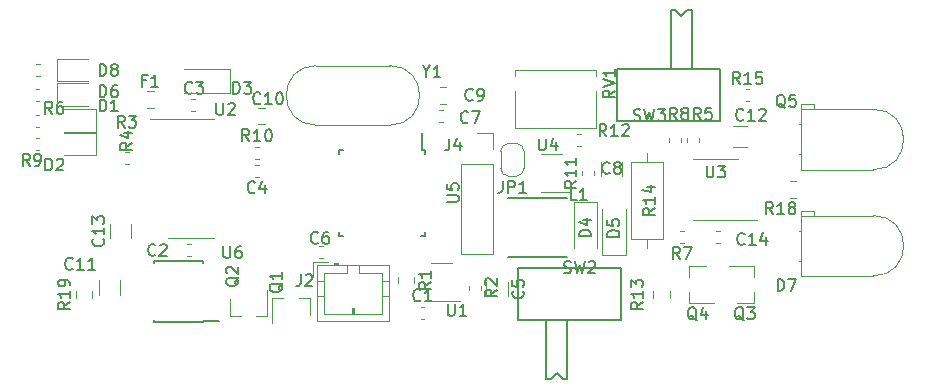
<source format=gbr>
G04 #@! TF.GenerationSoftware,KiCad,Pcbnew,(5.1.4)-1*
G04 #@! TF.CreationDate,2020-09-16T20:01:52+02:00*
G04 #@! TF.ProjectId,RPM,52504d2e-6b69-4636-9164-5f7063625858,rev?*
G04 #@! TF.SameCoordinates,Original*
G04 #@! TF.FileFunction,Legend,Top*
G04 #@! TF.FilePolarity,Positive*
%FSLAX46Y46*%
G04 Gerber Fmt 4.6, Leading zero omitted, Abs format (unit mm)*
G04 Created by KiCad (PCBNEW (5.1.4)-1) date 2020-09-16 20:01:53*
%MOMM*%
%LPD*%
G04 APERTURE LIST*
%ADD10C,0.120000*%
%ADD11C,0.150000*%
G04 APERTURE END LIST*
D10*
X221410000Y-111797936D02*
X221410000Y-113002064D01*
X219590000Y-111797936D02*
X219590000Y-113002064D01*
X231110000Y-102802064D02*
X231110000Y-101597936D01*
X229290000Y-102802064D02*
X229290000Y-101597936D01*
X186790000Y-112877064D02*
X186790000Y-111672936D01*
X188610000Y-112877064D02*
X188610000Y-111672936D01*
X189510000Y-108102064D02*
X189510000Y-106897936D01*
X187690000Y-108102064D02*
X187690000Y-106897936D01*
X183862500Y-99060000D02*
X186547500Y-99060000D01*
X186547500Y-99060000D02*
X186547500Y-97140000D01*
X186547500Y-97140000D02*
X183862500Y-97140000D01*
X186547500Y-99165000D02*
X183862500Y-99165000D01*
X186547500Y-101085000D02*
X186547500Y-99165000D01*
X183862500Y-101085000D02*
X186547500Y-101085000D01*
X197900000Y-95800000D02*
X197900000Y-93800000D01*
X197900000Y-93800000D02*
X194000000Y-93800000D01*
X197900000Y-95800000D02*
X194000000Y-95800000D01*
X229000000Y-105000000D02*
X227000000Y-105000000D01*
X227000000Y-105000000D02*
X227000000Y-108900000D01*
X229000000Y-105000000D02*
X229000000Y-108900000D01*
X229400000Y-109500000D02*
X229400000Y-105600000D01*
X231400000Y-109500000D02*
X231400000Y-105600000D01*
X229400000Y-109500000D02*
X231400000Y-109500000D01*
X185887500Y-94990000D02*
X183202500Y-94990000D01*
X183202500Y-94990000D02*
X183202500Y-96910000D01*
X183202500Y-96910000D02*
X185887500Y-96910000D01*
X246210000Y-111290000D02*
X252370000Y-111290000D01*
X246210000Y-106170000D02*
X252370000Y-106170000D01*
X246210000Y-111290000D02*
X246210000Y-106170000D01*
X246210000Y-105770000D02*
X247330000Y-105770000D01*
X247330000Y-105770000D02*
X247330000Y-106170000D01*
X247330000Y-106170000D02*
X246210000Y-106170000D01*
X246210000Y-106170000D02*
X246210000Y-105770000D01*
X246080000Y-110000000D02*
X246210000Y-110000000D01*
X246210000Y-110000000D02*
X246210000Y-110000000D01*
X246210000Y-110000000D02*
X246080000Y-110000000D01*
X246080000Y-110000000D02*
X246080000Y-110000000D01*
X246080000Y-107460000D02*
X246210000Y-107460000D01*
X246210000Y-107460000D02*
X246210000Y-107460000D01*
X246210000Y-107460000D02*
X246080000Y-107460000D01*
X246080000Y-107460000D02*
X246080000Y-107460000D01*
X252370000Y-106170000D02*
G75*
G02X252370000Y-111290000I0J-2560000D01*
G01*
X183202500Y-94810000D02*
X185887500Y-94810000D01*
X183202500Y-92890000D02*
X183202500Y-94810000D01*
X185887500Y-92890000D02*
X183202500Y-92890000D01*
X191421078Y-97060000D02*
X190903922Y-97060000D01*
X191421078Y-95640000D02*
X190903922Y-95640000D01*
X205240000Y-110390000D02*
X205240000Y-115110000D01*
X205240000Y-115110000D02*
X211360000Y-115110000D01*
X211360000Y-115110000D02*
X211360000Y-110390000D01*
X211360000Y-110390000D02*
X205240000Y-110390000D01*
X207000000Y-110390000D02*
X207000000Y-110190000D01*
X207000000Y-110190000D02*
X206700000Y-110190000D01*
X206700000Y-110190000D02*
X206700000Y-110390000D01*
X207000000Y-110290000D02*
X206700000Y-110290000D01*
X207800000Y-110390000D02*
X207800000Y-111000000D01*
X207800000Y-111000000D02*
X205850000Y-111000000D01*
X205850000Y-111000000D02*
X205850000Y-114500000D01*
X205850000Y-114500000D02*
X210750000Y-114500000D01*
X210750000Y-114500000D02*
X210750000Y-111000000D01*
X210750000Y-111000000D02*
X208800000Y-111000000D01*
X208800000Y-111000000D02*
X208800000Y-110390000D01*
X205240000Y-111700000D02*
X205850000Y-111700000D01*
X205240000Y-113000000D02*
X205850000Y-113000000D01*
X211360000Y-111700000D02*
X210750000Y-111700000D01*
X211360000Y-113000000D02*
X210750000Y-113000000D01*
X208200000Y-114500000D02*
X208200000Y-114000000D01*
X208200000Y-114000000D02*
X208400000Y-114000000D01*
X208400000Y-114000000D02*
X208400000Y-114500000D01*
X208300000Y-114500000D02*
X208300000Y-114000000D01*
X206190000Y-110090000D02*
X204940000Y-110090000D01*
X204940000Y-110090000D02*
X204940000Y-111340000D01*
X217470000Y-101770000D02*
X220130000Y-101770000D01*
X217470000Y-101770000D02*
X217470000Y-109450000D01*
X217470000Y-109450000D02*
X220130000Y-109450000D01*
X220130000Y-101770000D02*
X220130000Y-109450000D01*
X220130000Y-99170000D02*
X220130000Y-100500000D01*
X218800000Y-99170000D02*
X220130000Y-99170000D01*
X220800000Y-100750000D02*
G75*
G02X221500000Y-100050000I700000J0D01*
G01*
X222100000Y-100050000D02*
G75*
G02X222800000Y-100750000I0J-700000D01*
G01*
X222800000Y-102150000D02*
G75*
G02X222100000Y-102850000I-700000J0D01*
G01*
X221500000Y-102850000D02*
G75*
G02X220800000Y-102150000I0J700000D01*
G01*
X222100000Y-102850000D02*
X221500000Y-102850000D01*
X222800000Y-100750000D02*
X222800000Y-102150000D01*
X221500000Y-100050000D02*
X222100000Y-100050000D01*
X220800000Y-102150000D02*
X220800000Y-100750000D01*
D11*
X221400000Y-104700000D02*
X226400000Y-104700000D01*
X226400000Y-109700000D02*
X221400000Y-109700000D01*
D10*
X204630000Y-113140000D02*
X203700000Y-113140000D01*
X201470000Y-113140000D02*
X202400000Y-113140000D01*
X201470000Y-113140000D02*
X201470000Y-115300000D01*
X204630000Y-113140000D02*
X204630000Y-114600000D01*
X197870000Y-114660000D02*
X197870000Y-113200000D01*
X201030000Y-114660000D02*
X201030000Y-112500000D01*
X201030000Y-114660000D02*
X200100000Y-114660000D01*
X197870000Y-114660000D02*
X198800000Y-114660000D01*
X242260000Y-113580000D02*
X242260000Y-112650000D01*
X242260000Y-110420000D02*
X242260000Y-111350000D01*
X242260000Y-110420000D02*
X240100000Y-110420000D01*
X242260000Y-113580000D02*
X240800000Y-113580000D01*
X236740000Y-110420000D02*
X238200000Y-110420000D01*
X236740000Y-113580000D02*
X238900000Y-113580000D01*
X236740000Y-113580000D02*
X236740000Y-112650000D01*
X236740000Y-110420000D02*
X236740000Y-111350000D01*
X246210000Y-102290000D02*
X252370000Y-102290000D01*
X246210000Y-97170000D02*
X252370000Y-97170000D01*
X246210000Y-102290000D02*
X246210000Y-97170000D01*
X246210000Y-96770000D02*
X247330000Y-96770000D01*
X247330000Y-96770000D02*
X247330000Y-97170000D01*
X247330000Y-97170000D02*
X246210000Y-97170000D01*
X246210000Y-97170000D02*
X246210000Y-96770000D01*
X246080000Y-101000000D02*
X246210000Y-101000000D01*
X246210000Y-101000000D02*
X246210000Y-101000000D01*
X246210000Y-101000000D02*
X246080000Y-101000000D01*
X246080000Y-101000000D02*
X246080000Y-101000000D01*
X246080000Y-98460000D02*
X246210000Y-98460000D01*
X246210000Y-98460000D02*
X246210000Y-98460000D01*
X246210000Y-98460000D02*
X246080000Y-98460000D01*
X246080000Y-98460000D02*
X246080000Y-98460000D01*
X252370000Y-97170000D02*
G75*
G02X252370000Y-102290000I0J-2560000D01*
G01*
X228880000Y-93860000D02*
X228880000Y-94350000D01*
X228880000Y-95650000D02*
X228880000Y-98800000D01*
X222040000Y-93860000D02*
X222040000Y-94350000D01*
X222040000Y-95650000D02*
X222040000Y-98800000D01*
X228880000Y-98800000D02*
X222040000Y-98800000D01*
X228880000Y-93860000D02*
X222040000Y-93860000D01*
D11*
X222300000Y-110600000D02*
X231000000Y-110600000D01*
X222300000Y-115000000D02*
X231000000Y-115000000D01*
X222300000Y-115000000D02*
X222300000Y-110600000D01*
X231000000Y-115000000D02*
X231000000Y-110600000D01*
X224650000Y-115000000D02*
X224650000Y-120000000D01*
X224650000Y-120000000D02*
X225050000Y-120000000D01*
X225050000Y-120000000D02*
X225550000Y-119500000D01*
X225550000Y-119500000D02*
X226050000Y-120000000D01*
X226050000Y-120000000D02*
X226450000Y-120000000D01*
X226450000Y-120000000D02*
X226450000Y-115000000D01*
X235200000Y-88800000D02*
X235200000Y-93800000D01*
X235600000Y-88800000D02*
X235200000Y-88800000D01*
X236100000Y-89300000D02*
X235600000Y-88800000D01*
X236600000Y-88800000D02*
X236100000Y-89300000D01*
X237000000Y-88800000D02*
X236600000Y-88800000D01*
X237000000Y-93800000D02*
X237000000Y-88800000D01*
X230650000Y-93800000D02*
X230650000Y-98200000D01*
X239350000Y-93800000D02*
X239350000Y-98200000D01*
X239350000Y-93800000D02*
X230650000Y-93800000D01*
X239350000Y-98200000D02*
X230650000Y-98200000D01*
D10*
X216700000Y-110190000D02*
X214900000Y-110190000D01*
X214900000Y-113410000D02*
X217350000Y-113410000D01*
X194575000Y-108085000D02*
X196525000Y-108085000D01*
X194575000Y-108085000D02*
X192625000Y-108085000D01*
X194575000Y-97965000D02*
X196525000Y-97965000D01*
X194575000Y-97965000D02*
X191125000Y-97965000D01*
X239000000Y-101410000D02*
X237120000Y-101410000D01*
X239000000Y-101410000D02*
X240880000Y-101410000D01*
X239000000Y-106590000D02*
X237120000Y-106590000D01*
X239000000Y-106590000D02*
X242525000Y-106590000D01*
X224200000Y-104160000D02*
X226650000Y-104160000D01*
X226000000Y-100940000D02*
X224200000Y-100940000D01*
D11*
X214375000Y-100625000D02*
X214150000Y-100625000D01*
X214375000Y-107875000D02*
X214050000Y-107875000D01*
X207125000Y-107875000D02*
X207450000Y-107875000D01*
X207125000Y-100625000D02*
X207450000Y-100625000D01*
X214375000Y-100625000D02*
X214375000Y-100950000D01*
X207125000Y-100625000D02*
X207125000Y-100950000D01*
X207125000Y-107875000D02*
X207125000Y-107550000D01*
X214375000Y-107875000D02*
X214375000Y-107550000D01*
X214150000Y-100625000D02*
X214150000Y-99200000D01*
X195575000Y-115180000D02*
X195575000Y-115130000D01*
X191425000Y-115180000D02*
X191425000Y-115035000D01*
X191425000Y-110030000D02*
X191425000Y-110175000D01*
X195575000Y-110030000D02*
X195575000Y-110175000D01*
X195575000Y-115180000D02*
X191425000Y-115180000D01*
X195575000Y-110030000D02*
X191425000Y-110030000D01*
X195575000Y-115130000D02*
X196975000Y-115130000D01*
D10*
X211425000Y-98525000D02*
X205175000Y-98525000D01*
X211425000Y-93475000D02*
X205175000Y-93475000D01*
X211425000Y-93475000D02*
G75*
G02X211425000Y-98525000I0J-2525000D01*
G01*
X205175000Y-93475000D02*
G75*
G03X205175000Y-98525000I0J-2525000D01*
G01*
X214024721Y-114910000D02*
X214350279Y-114910000D01*
X214024721Y-113890000D02*
X214350279Y-113890000D01*
X194249721Y-108590000D02*
X194575279Y-108590000D01*
X194249721Y-109610000D02*
X194575279Y-109610000D01*
X194950279Y-96340000D02*
X194624721Y-96340000D01*
X194950279Y-97360000D02*
X194624721Y-97360000D01*
X200325279Y-102910000D02*
X199999721Y-102910000D01*
X200325279Y-101890000D02*
X199999721Y-101890000D01*
X205725279Y-108765000D02*
X205399721Y-108765000D01*
X205725279Y-109785000D02*
X205399721Y-109785000D01*
X215574721Y-97240000D02*
X215900279Y-97240000D01*
X215574721Y-98260000D02*
X215900279Y-98260000D01*
X216221078Y-95290000D02*
X215703922Y-95290000D01*
X216221078Y-96710000D02*
X215703922Y-96710000D01*
X200303922Y-97040000D02*
X200821078Y-97040000D01*
X200303922Y-98460000D02*
X200821078Y-98460000D01*
X240497936Y-98590000D02*
X241702064Y-98590000D01*
X240497936Y-100410000D02*
X241702064Y-100410000D01*
X239049721Y-107490000D02*
X239375279Y-107490000D01*
X239049721Y-108510000D02*
X239375279Y-108510000D01*
X213510000Y-111378922D02*
X213510000Y-111896078D01*
X212090000Y-111378922D02*
X212090000Y-111896078D01*
X218090000Y-112124721D02*
X218090000Y-112450279D01*
X219110000Y-112124721D02*
X219110000Y-112450279D01*
X188974721Y-99190000D02*
X189300279Y-99190000D01*
X188974721Y-100210000D02*
X189300279Y-100210000D01*
X188974721Y-101785000D02*
X189300279Y-101785000D01*
X188974721Y-100765000D02*
X189300279Y-100765000D01*
X236565000Y-99950279D02*
X236565000Y-99624721D01*
X237585000Y-99950279D02*
X237585000Y-99624721D01*
X181424721Y-97640000D02*
X181750279Y-97640000D01*
X181424721Y-98660000D02*
X181750279Y-98660000D01*
X236300279Y-108485000D02*
X235974721Y-108485000D01*
X236300279Y-107465000D02*
X235974721Y-107465000D01*
X235040000Y-99950279D02*
X235040000Y-99624721D01*
X236060000Y-99950279D02*
X236060000Y-99624721D01*
X181424721Y-100635000D02*
X181750279Y-100635000D01*
X181424721Y-99615000D02*
X181750279Y-99615000D01*
X199999721Y-100340000D02*
X200325279Y-100340000D01*
X199999721Y-101360000D02*
X200325279Y-101360000D01*
X228710000Y-102750279D02*
X228710000Y-102424721D01*
X227690000Y-102750279D02*
X227690000Y-102424721D01*
X227592780Y-100310000D02*
X227267222Y-100310000D01*
X227592780Y-99290000D02*
X227267222Y-99290000D01*
X233690000Y-112603922D02*
X233690000Y-113121078D01*
X235110000Y-112603922D02*
X235110000Y-113121078D01*
X231830000Y-108150000D02*
X234570000Y-108150000D01*
X234570000Y-108150000D02*
X234570000Y-101610000D01*
X234570000Y-101610000D02*
X231830000Y-101610000D01*
X231830000Y-101610000D02*
X231830000Y-108150000D01*
X233200000Y-108920000D02*
X233200000Y-108150000D01*
X233200000Y-100840000D02*
X233200000Y-101610000D01*
X241549721Y-96510000D02*
X241875279Y-96510000D01*
X241549721Y-95490000D02*
X241875279Y-95490000D01*
X181449721Y-94360000D02*
X181775279Y-94360000D01*
X181449721Y-93340000D02*
X181775279Y-93340000D01*
X181424721Y-96460000D02*
X181750279Y-96460000D01*
X181424721Y-95440000D02*
X181750279Y-95440000D01*
X245303922Y-103290000D02*
X245821078Y-103290000D01*
X245303922Y-104710000D02*
X245821078Y-104710000D01*
X186235000Y-113121078D02*
X186235000Y-112603922D01*
X184815000Y-113121078D02*
X184815000Y-112603922D01*
D11*
X222677142Y-112566666D02*
X222724761Y-112614285D01*
X222772380Y-112757142D01*
X222772380Y-112852380D01*
X222724761Y-112995238D01*
X222629523Y-113090476D01*
X222534285Y-113138095D01*
X222343809Y-113185714D01*
X222200952Y-113185714D01*
X222010476Y-113138095D01*
X221915238Y-113090476D01*
X221820000Y-112995238D01*
X221772380Y-112852380D01*
X221772380Y-112757142D01*
X221820000Y-112614285D01*
X221867619Y-112566666D01*
X221772380Y-111661904D02*
X221772380Y-112138095D01*
X222248571Y-112185714D01*
X222200952Y-112138095D01*
X222153333Y-112042857D01*
X222153333Y-111804761D01*
X222200952Y-111709523D01*
X222248571Y-111661904D01*
X222343809Y-111614285D01*
X222581904Y-111614285D01*
X222677142Y-111661904D01*
X222724761Y-111709523D01*
X222772380Y-111804761D01*
X222772380Y-112042857D01*
X222724761Y-112138095D01*
X222677142Y-112185714D01*
X230033333Y-102557142D02*
X229985714Y-102604761D01*
X229842857Y-102652380D01*
X229747619Y-102652380D01*
X229604761Y-102604761D01*
X229509523Y-102509523D01*
X229461904Y-102414285D01*
X229414285Y-102223809D01*
X229414285Y-102080952D01*
X229461904Y-101890476D01*
X229509523Y-101795238D01*
X229604761Y-101700000D01*
X229747619Y-101652380D01*
X229842857Y-101652380D01*
X229985714Y-101700000D01*
X230033333Y-101747619D01*
X230604761Y-102080952D02*
X230509523Y-102033333D01*
X230461904Y-101985714D01*
X230414285Y-101890476D01*
X230414285Y-101842857D01*
X230461904Y-101747619D01*
X230509523Y-101700000D01*
X230604761Y-101652380D01*
X230795238Y-101652380D01*
X230890476Y-101700000D01*
X230938095Y-101747619D01*
X230985714Y-101842857D01*
X230985714Y-101890476D01*
X230938095Y-101985714D01*
X230890476Y-102033333D01*
X230795238Y-102080952D01*
X230604761Y-102080952D01*
X230509523Y-102128571D01*
X230461904Y-102176190D01*
X230414285Y-102271428D01*
X230414285Y-102461904D01*
X230461904Y-102557142D01*
X230509523Y-102604761D01*
X230604761Y-102652380D01*
X230795238Y-102652380D01*
X230890476Y-102604761D01*
X230938095Y-102557142D01*
X230985714Y-102461904D01*
X230985714Y-102271428D01*
X230938095Y-102176190D01*
X230890476Y-102128571D01*
X230795238Y-102080952D01*
X184557142Y-110657142D02*
X184509523Y-110704761D01*
X184366666Y-110752380D01*
X184271428Y-110752380D01*
X184128571Y-110704761D01*
X184033333Y-110609523D01*
X183985714Y-110514285D01*
X183938095Y-110323809D01*
X183938095Y-110180952D01*
X183985714Y-109990476D01*
X184033333Y-109895238D01*
X184128571Y-109800000D01*
X184271428Y-109752380D01*
X184366666Y-109752380D01*
X184509523Y-109800000D01*
X184557142Y-109847619D01*
X185509523Y-110752380D02*
X184938095Y-110752380D01*
X185223809Y-110752380D02*
X185223809Y-109752380D01*
X185128571Y-109895238D01*
X185033333Y-109990476D01*
X184938095Y-110038095D01*
X186461904Y-110752380D02*
X185890476Y-110752380D01*
X186176190Y-110752380D02*
X186176190Y-109752380D01*
X186080952Y-109895238D01*
X185985714Y-109990476D01*
X185890476Y-110038095D01*
X187137142Y-108142857D02*
X187184761Y-108190476D01*
X187232380Y-108333333D01*
X187232380Y-108428571D01*
X187184761Y-108571428D01*
X187089523Y-108666666D01*
X186994285Y-108714285D01*
X186803809Y-108761904D01*
X186660952Y-108761904D01*
X186470476Y-108714285D01*
X186375238Y-108666666D01*
X186280000Y-108571428D01*
X186232380Y-108428571D01*
X186232380Y-108333333D01*
X186280000Y-108190476D01*
X186327619Y-108142857D01*
X187232380Y-107190476D02*
X187232380Y-107761904D01*
X187232380Y-107476190D02*
X186232380Y-107476190D01*
X186375238Y-107571428D01*
X186470476Y-107666666D01*
X186518095Y-107761904D01*
X186232380Y-106857142D02*
X186232380Y-106238095D01*
X186613333Y-106571428D01*
X186613333Y-106428571D01*
X186660952Y-106333333D01*
X186708571Y-106285714D01*
X186803809Y-106238095D01*
X187041904Y-106238095D01*
X187137142Y-106285714D01*
X187184761Y-106333333D01*
X187232380Y-106428571D01*
X187232380Y-106714285D01*
X187184761Y-106809523D01*
X187137142Y-106857142D01*
X186861904Y-97352380D02*
X186861904Y-96352380D01*
X187100000Y-96352380D01*
X187242857Y-96400000D01*
X187338095Y-96495238D01*
X187385714Y-96590476D01*
X187433333Y-96780952D01*
X187433333Y-96923809D01*
X187385714Y-97114285D01*
X187338095Y-97209523D01*
X187242857Y-97304761D01*
X187100000Y-97352380D01*
X186861904Y-97352380D01*
X188385714Y-97352380D02*
X187814285Y-97352380D01*
X188100000Y-97352380D02*
X188100000Y-96352380D01*
X188004761Y-96495238D01*
X187909523Y-96590476D01*
X187814285Y-96638095D01*
X182261904Y-102352380D02*
X182261904Y-101352380D01*
X182500000Y-101352380D01*
X182642857Y-101400000D01*
X182738095Y-101495238D01*
X182785714Y-101590476D01*
X182833333Y-101780952D01*
X182833333Y-101923809D01*
X182785714Y-102114285D01*
X182738095Y-102209523D01*
X182642857Y-102304761D01*
X182500000Y-102352380D01*
X182261904Y-102352380D01*
X183214285Y-101447619D02*
X183261904Y-101400000D01*
X183357142Y-101352380D01*
X183595238Y-101352380D01*
X183690476Y-101400000D01*
X183738095Y-101447619D01*
X183785714Y-101542857D01*
X183785714Y-101638095D01*
X183738095Y-101780952D01*
X183166666Y-102352380D01*
X183785714Y-102352380D01*
X198161904Y-95852380D02*
X198161904Y-94852380D01*
X198400000Y-94852380D01*
X198542857Y-94900000D01*
X198638095Y-94995238D01*
X198685714Y-95090476D01*
X198733333Y-95280952D01*
X198733333Y-95423809D01*
X198685714Y-95614285D01*
X198638095Y-95709523D01*
X198542857Y-95804761D01*
X198400000Y-95852380D01*
X198161904Y-95852380D01*
X199066666Y-94852380D02*
X199685714Y-94852380D01*
X199352380Y-95233333D01*
X199495238Y-95233333D01*
X199590476Y-95280952D01*
X199638095Y-95328571D01*
X199685714Y-95423809D01*
X199685714Y-95661904D01*
X199638095Y-95757142D01*
X199590476Y-95804761D01*
X199495238Y-95852380D01*
X199209523Y-95852380D01*
X199114285Y-95804761D01*
X199066666Y-95757142D01*
X228452380Y-107938095D02*
X227452380Y-107938095D01*
X227452380Y-107700000D01*
X227500000Y-107557142D01*
X227595238Y-107461904D01*
X227690476Y-107414285D01*
X227880952Y-107366666D01*
X228023809Y-107366666D01*
X228214285Y-107414285D01*
X228309523Y-107461904D01*
X228404761Y-107557142D01*
X228452380Y-107700000D01*
X228452380Y-107938095D01*
X227785714Y-106509523D02*
X228452380Y-106509523D01*
X227404761Y-106747619D02*
X228119047Y-106985714D01*
X228119047Y-106366666D01*
X230852380Y-107988095D02*
X229852380Y-107988095D01*
X229852380Y-107750000D01*
X229900000Y-107607142D01*
X229995238Y-107511904D01*
X230090476Y-107464285D01*
X230280952Y-107416666D01*
X230423809Y-107416666D01*
X230614285Y-107464285D01*
X230709523Y-107511904D01*
X230804761Y-107607142D01*
X230852380Y-107750000D01*
X230852380Y-107988095D01*
X229852380Y-106511904D02*
X229852380Y-106988095D01*
X230328571Y-107035714D01*
X230280952Y-106988095D01*
X230233333Y-106892857D01*
X230233333Y-106654761D01*
X230280952Y-106559523D01*
X230328571Y-106511904D01*
X230423809Y-106464285D01*
X230661904Y-106464285D01*
X230757142Y-106511904D01*
X230804761Y-106559523D01*
X230852380Y-106654761D01*
X230852380Y-106892857D01*
X230804761Y-106988095D01*
X230757142Y-107035714D01*
X186861904Y-96152380D02*
X186861904Y-95152380D01*
X187100000Y-95152380D01*
X187242857Y-95200000D01*
X187338095Y-95295238D01*
X187385714Y-95390476D01*
X187433333Y-95580952D01*
X187433333Y-95723809D01*
X187385714Y-95914285D01*
X187338095Y-96009523D01*
X187242857Y-96104761D01*
X187100000Y-96152380D01*
X186861904Y-96152380D01*
X188290476Y-95152380D02*
X188100000Y-95152380D01*
X188004761Y-95200000D01*
X187957142Y-95247619D01*
X187861904Y-95390476D01*
X187814285Y-95580952D01*
X187814285Y-95961904D01*
X187861904Y-96057142D01*
X187909523Y-96104761D01*
X188004761Y-96152380D01*
X188195238Y-96152380D01*
X188290476Y-96104761D01*
X188338095Y-96057142D01*
X188385714Y-95961904D01*
X188385714Y-95723809D01*
X188338095Y-95628571D01*
X188290476Y-95580952D01*
X188195238Y-95533333D01*
X188004761Y-95533333D01*
X187909523Y-95580952D01*
X187861904Y-95628571D01*
X187814285Y-95723809D01*
X244261904Y-112552380D02*
X244261904Y-111552380D01*
X244500000Y-111552380D01*
X244642857Y-111600000D01*
X244738095Y-111695238D01*
X244785714Y-111790476D01*
X244833333Y-111980952D01*
X244833333Y-112123809D01*
X244785714Y-112314285D01*
X244738095Y-112409523D01*
X244642857Y-112504761D01*
X244500000Y-112552380D01*
X244261904Y-112552380D01*
X245166666Y-111552380D02*
X245833333Y-111552380D01*
X245404761Y-112552380D01*
X186861904Y-94352380D02*
X186861904Y-93352380D01*
X187100000Y-93352380D01*
X187242857Y-93400000D01*
X187338095Y-93495238D01*
X187385714Y-93590476D01*
X187433333Y-93780952D01*
X187433333Y-93923809D01*
X187385714Y-94114285D01*
X187338095Y-94209523D01*
X187242857Y-94304761D01*
X187100000Y-94352380D01*
X186861904Y-94352380D01*
X188004761Y-93780952D02*
X187909523Y-93733333D01*
X187861904Y-93685714D01*
X187814285Y-93590476D01*
X187814285Y-93542857D01*
X187861904Y-93447619D01*
X187909523Y-93400000D01*
X188004761Y-93352380D01*
X188195238Y-93352380D01*
X188290476Y-93400000D01*
X188338095Y-93447619D01*
X188385714Y-93542857D01*
X188385714Y-93590476D01*
X188338095Y-93685714D01*
X188290476Y-93733333D01*
X188195238Y-93780952D01*
X188004761Y-93780952D01*
X187909523Y-93828571D01*
X187861904Y-93876190D01*
X187814285Y-93971428D01*
X187814285Y-94161904D01*
X187861904Y-94257142D01*
X187909523Y-94304761D01*
X188004761Y-94352380D01*
X188195238Y-94352380D01*
X188290476Y-94304761D01*
X188338095Y-94257142D01*
X188385714Y-94161904D01*
X188385714Y-93971428D01*
X188338095Y-93876190D01*
X188290476Y-93828571D01*
X188195238Y-93780952D01*
X190766666Y-94728571D02*
X190433333Y-94728571D01*
X190433333Y-95252380D02*
X190433333Y-94252380D01*
X190909523Y-94252380D01*
X191814285Y-95252380D02*
X191242857Y-95252380D01*
X191528571Y-95252380D02*
X191528571Y-94252380D01*
X191433333Y-94395238D01*
X191338095Y-94490476D01*
X191242857Y-94538095D01*
X203866666Y-111152380D02*
X203866666Y-111866666D01*
X203819047Y-112009523D01*
X203723809Y-112104761D01*
X203580952Y-112152380D01*
X203485714Y-112152380D01*
X204295238Y-111247619D02*
X204342857Y-111200000D01*
X204438095Y-111152380D01*
X204676190Y-111152380D01*
X204771428Y-111200000D01*
X204819047Y-111247619D01*
X204866666Y-111342857D01*
X204866666Y-111438095D01*
X204819047Y-111580952D01*
X204247619Y-112152380D01*
X204866666Y-112152380D01*
X216466666Y-99652380D02*
X216466666Y-100366666D01*
X216419047Y-100509523D01*
X216323809Y-100604761D01*
X216180952Y-100652380D01*
X216085714Y-100652380D01*
X217371428Y-99985714D02*
X217371428Y-100652380D01*
X217133333Y-99604761D02*
X216895238Y-100319047D01*
X217514285Y-100319047D01*
X220966666Y-103252380D02*
X220966666Y-103966666D01*
X220919047Y-104109523D01*
X220823809Y-104204761D01*
X220680952Y-104252380D01*
X220585714Y-104252380D01*
X221442857Y-104252380D02*
X221442857Y-103252380D01*
X221823809Y-103252380D01*
X221919047Y-103300000D01*
X221966666Y-103347619D01*
X222014285Y-103442857D01*
X222014285Y-103585714D01*
X221966666Y-103680952D01*
X221919047Y-103728571D01*
X221823809Y-103776190D01*
X221442857Y-103776190D01*
X222966666Y-104252380D02*
X222395238Y-104252380D01*
X222680952Y-104252380D02*
X222680952Y-103252380D01*
X222585714Y-103395238D01*
X222490476Y-103490476D01*
X222395238Y-103538095D01*
X227233333Y-104852380D02*
X226757142Y-104852380D01*
X226757142Y-103852380D01*
X228090476Y-104852380D02*
X227519047Y-104852380D01*
X227804761Y-104852380D02*
X227804761Y-103852380D01*
X227709523Y-103995238D01*
X227614285Y-104090476D01*
X227519047Y-104138095D01*
X202347619Y-111895238D02*
X202300000Y-111990476D01*
X202204761Y-112085714D01*
X202061904Y-112228571D01*
X202014285Y-112323809D01*
X202014285Y-112419047D01*
X202252380Y-112371428D02*
X202204761Y-112466666D01*
X202109523Y-112561904D01*
X201919047Y-112609523D01*
X201585714Y-112609523D01*
X201395238Y-112561904D01*
X201300000Y-112466666D01*
X201252380Y-112371428D01*
X201252380Y-112180952D01*
X201300000Y-112085714D01*
X201395238Y-111990476D01*
X201585714Y-111942857D01*
X201919047Y-111942857D01*
X202109523Y-111990476D01*
X202204761Y-112085714D01*
X202252380Y-112180952D01*
X202252380Y-112371428D01*
X202252380Y-110990476D02*
X202252380Y-111561904D01*
X202252380Y-111276190D02*
X201252380Y-111276190D01*
X201395238Y-111371428D01*
X201490476Y-111466666D01*
X201538095Y-111561904D01*
X198647619Y-111395238D02*
X198600000Y-111490476D01*
X198504761Y-111585714D01*
X198361904Y-111728571D01*
X198314285Y-111823809D01*
X198314285Y-111919047D01*
X198552380Y-111871428D02*
X198504761Y-111966666D01*
X198409523Y-112061904D01*
X198219047Y-112109523D01*
X197885714Y-112109523D01*
X197695238Y-112061904D01*
X197600000Y-111966666D01*
X197552380Y-111871428D01*
X197552380Y-111680952D01*
X197600000Y-111585714D01*
X197695238Y-111490476D01*
X197885714Y-111442857D01*
X198219047Y-111442857D01*
X198409523Y-111490476D01*
X198504761Y-111585714D01*
X198552380Y-111680952D01*
X198552380Y-111871428D01*
X197647619Y-111061904D02*
X197600000Y-111014285D01*
X197552380Y-110919047D01*
X197552380Y-110680952D01*
X197600000Y-110585714D01*
X197647619Y-110538095D01*
X197742857Y-110490476D01*
X197838095Y-110490476D01*
X197980952Y-110538095D01*
X198552380Y-111109523D01*
X198552380Y-110490476D01*
X241404761Y-115047619D02*
X241309523Y-115000000D01*
X241214285Y-114904761D01*
X241071428Y-114761904D01*
X240976190Y-114714285D01*
X240880952Y-114714285D01*
X240928571Y-114952380D02*
X240833333Y-114904761D01*
X240738095Y-114809523D01*
X240690476Y-114619047D01*
X240690476Y-114285714D01*
X240738095Y-114095238D01*
X240833333Y-114000000D01*
X240928571Y-113952380D01*
X241119047Y-113952380D01*
X241214285Y-114000000D01*
X241309523Y-114095238D01*
X241357142Y-114285714D01*
X241357142Y-114619047D01*
X241309523Y-114809523D01*
X241214285Y-114904761D01*
X241119047Y-114952380D01*
X240928571Y-114952380D01*
X241690476Y-113952380D02*
X242309523Y-113952380D01*
X241976190Y-114333333D01*
X242119047Y-114333333D01*
X242214285Y-114380952D01*
X242261904Y-114428571D01*
X242309523Y-114523809D01*
X242309523Y-114761904D01*
X242261904Y-114857142D01*
X242214285Y-114904761D01*
X242119047Y-114952380D01*
X241833333Y-114952380D01*
X241738095Y-114904761D01*
X241690476Y-114857142D01*
X237404761Y-115047619D02*
X237309523Y-115000000D01*
X237214285Y-114904761D01*
X237071428Y-114761904D01*
X236976190Y-114714285D01*
X236880952Y-114714285D01*
X236928571Y-114952380D02*
X236833333Y-114904761D01*
X236738095Y-114809523D01*
X236690476Y-114619047D01*
X236690476Y-114285714D01*
X236738095Y-114095238D01*
X236833333Y-114000000D01*
X236928571Y-113952380D01*
X237119047Y-113952380D01*
X237214285Y-114000000D01*
X237309523Y-114095238D01*
X237357142Y-114285714D01*
X237357142Y-114619047D01*
X237309523Y-114809523D01*
X237214285Y-114904761D01*
X237119047Y-114952380D01*
X236928571Y-114952380D01*
X238214285Y-114285714D02*
X238214285Y-114952380D01*
X237976190Y-113904761D02*
X237738095Y-114619047D01*
X238357142Y-114619047D01*
X244904761Y-97047619D02*
X244809523Y-97000000D01*
X244714285Y-96904761D01*
X244571428Y-96761904D01*
X244476190Y-96714285D01*
X244380952Y-96714285D01*
X244428571Y-96952380D02*
X244333333Y-96904761D01*
X244238095Y-96809523D01*
X244190476Y-96619047D01*
X244190476Y-96285714D01*
X244238095Y-96095238D01*
X244333333Y-96000000D01*
X244428571Y-95952380D01*
X244619047Y-95952380D01*
X244714285Y-96000000D01*
X244809523Y-96095238D01*
X244857142Y-96285714D01*
X244857142Y-96619047D01*
X244809523Y-96809523D01*
X244714285Y-96904761D01*
X244619047Y-96952380D01*
X244428571Y-96952380D01*
X245761904Y-95952380D02*
X245285714Y-95952380D01*
X245238095Y-96428571D01*
X245285714Y-96380952D01*
X245380952Y-96333333D01*
X245619047Y-96333333D01*
X245714285Y-96380952D01*
X245761904Y-96428571D01*
X245809523Y-96523809D01*
X245809523Y-96761904D01*
X245761904Y-96857142D01*
X245714285Y-96904761D01*
X245619047Y-96952380D01*
X245380952Y-96952380D01*
X245285714Y-96904761D01*
X245238095Y-96857142D01*
X230462380Y-95595238D02*
X229986190Y-95928571D01*
X230462380Y-96166666D02*
X229462380Y-96166666D01*
X229462380Y-95785714D01*
X229510000Y-95690476D01*
X229557619Y-95642857D01*
X229652857Y-95595238D01*
X229795714Y-95595238D01*
X229890952Y-95642857D01*
X229938571Y-95690476D01*
X229986190Y-95785714D01*
X229986190Y-96166666D01*
X229462380Y-95309523D02*
X230462380Y-94976190D01*
X229462380Y-94642857D01*
X230462380Y-93785714D02*
X230462380Y-94357142D01*
X230462380Y-94071428D02*
X229462380Y-94071428D01*
X229605238Y-94166666D01*
X229700476Y-94261904D01*
X229748095Y-94357142D01*
X226166666Y-111004761D02*
X226309523Y-111052380D01*
X226547619Y-111052380D01*
X226642857Y-111004761D01*
X226690476Y-110957142D01*
X226738095Y-110861904D01*
X226738095Y-110766666D01*
X226690476Y-110671428D01*
X226642857Y-110623809D01*
X226547619Y-110576190D01*
X226357142Y-110528571D01*
X226261904Y-110480952D01*
X226214285Y-110433333D01*
X226166666Y-110338095D01*
X226166666Y-110242857D01*
X226214285Y-110147619D01*
X226261904Y-110100000D01*
X226357142Y-110052380D01*
X226595238Y-110052380D01*
X226738095Y-110100000D01*
X227071428Y-110052380D02*
X227309523Y-111052380D01*
X227500000Y-110338095D01*
X227690476Y-111052380D01*
X227928571Y-110052380D01*
X228261904Y-110147619D02*
X228309523Y-110100000D01*
X228404761Y-110052380D01*
X228642857Y-110052380D01*
X228738095Y-110100000D01*
X228785714Y-110147619D01*
X228833333Y-110242857D01*
X228833333Y-110338095D01*
X228785714Y-110480952D01*
X228214285Y-111052380D01*
X228833333Y-111052380D01*
X232066666Y-98104761D02*
X232209523Y-98152380D01*
X232447619Y-98152380D01*
X232542857Y-98104761D01*
X232590476Y-98057142D01*
X232638095Y-97961904D01*
X232638095Y-97866666D01*
X232590476Y-97771428D01*
X232542857Y-97723809D01*
X232447619Y-97676190D01*
X232257142Y-97628571D01*
X232161904Y-97580952D01*
X232114285Y-97533333D01*
X232066666Y-97438095D01*
X232066666Y-97342857D01*
X232114285Y-97247619D01*
X232161904Y-97200000D01*
X232257142Y-97152380D01*
X232495238Y-97152380D01*
X232638095Y-97200000D01*
X232971428Y-97152380D02*
X233209523Y-98152380D01*
X233400000Y-97438095D01*
X233590476Y-98152380D01*
X233828571Y-97152380D01*
X234114285Y-97152380D02*
X234733333Y-97152380D01*
X234400000Y-97533333D01*
X234542857Y-97533333D01*
X234638095Y-97580952D01*
X234685714Y-97628571D01*
X234733333Y-97723809D01*
X234733333Y-97961904D01*
X234685714Y-98057142D01*
X234638095Y-98104761D01*
X234542857Y-98152380D01*
X234257142Y-98152380D01*
X234161904Y-98104761D01*
X234114285Y-98057142D01*
X216338095Y-113652380D02*
X216338095Y-114461904D01*
X216385714Y-114557142D01*
X216433333Y-114604761D01*
X216528571Y-114652380D01*
X216719047Y-114652380D01*
X216814285Y-114604761D01*
X216861904Y-114557142D01*
X216909523Y-114461904D01*
X216909523Y-113652380D01*
X217909523Y-114652380D02*
X217338095Y-114652380D01*
X217623809Y-114652380D02*
X217623809Y-113652380D01*
X217528571Y-113795238D01*
X217433333Y-113890476D01*
X217338095Y-113938095D01*
X196738095Y-96652380D02*
X196738095Y-97461904D01*
X196785714Y-97557142D01*
X196833333Y-97604761D01*
X196928571Y-97652380D01*
X197119047Y-97652380D01*
X197214285Y-97604761D01*
X197261904Y-97557142D01*
X197309523Y-97461904D01*
X197309523Y-96652380D01*
X197738095Y-96747619D02*
X197785714Y-96700000D01*
X197880952Y-96652380D01*
X198119047Y-96652380D01*
X198214285Y-96700000D01*
X198261904Y-96747619D01*
X198309523Y-96842857D01*
X198309523Y-96938095D01*
X198261904Y-97080952D01*
X197690476Y-97652380D01*
X198309523Y-97652380D01*
X238238095Y-101952380D02*
X238238095Y-102761904D01*
X238285714Y-102857142D01*
X238333333Y-102904761D01*
X238428571Y-102952380D01*
X238619047Y-102952380D01*
X238714285Y-102904761D01*
X238761904Y-102857142D01*
X238809523Y-102761904D01*
X238809523Y-101952380D01*
X239190476Y-101952380D02*
X239809523Y-101952380D01*
X239476190Y-102333333D01*
X239619047Y-102333333D01*
X239714285Y-102380952D01*
X239761904Y-102428571D01*
X239809523Y-102523809D01*
X239809523Y-102761904D01*
X239761904Y-102857142D01*
X239714285Y-102904761D01*
X239619047Y-102952380D01*
X239333333Y-102952380D01*
X239238095Y-102904761D01*
X239190476Y-102857142D01*
X224038095Y-99652380D02*
X224038095Y-100461904D01*
X224085714Y-100557142D01*
X224133333Y-100604761D01*
X224228571Y-100652380D01*
X224419047Y-100652380D01*
X224514285Y-100604761D01*
X224561904Y-100557142D01*
X224609523Y-100461904D01*
X224609523Y-99652380D01*
X225514285Y-99985714D02*
X225514285Y-100652380D01*
X225276190Y-99604761D02*
X225038095Y-100319047D01*
X225657142Y-100319047D01*
X216252380Y-105011904D02*
X217061904Y-105011904D01*
X217157142Y-104964285D01*
X217204761Y-104916666D01*
X217252380Y-104821428D01*
X217252380Y-104630952D01*
X217204761Y-104535714D01*
X217157142Y-104488095D01*
X217061904Y-104440476D01*
X216252380Y-104440476D01*
X216252380Y-103488095D02*
X216252380Y-103964285D01*
X216728571Y-104011904D01*
X216680952Y-103964285D01*
X216633333Y-103869047D01*
X216633333Y-103630952D01*
X216680952Y-103535714D01*
X216728571Y-103488095D01*
X216823809Y-103440476D01*
X217061904Y-103440476D01*
X217157142Y-103488095D01*
X217204761Y-103535714D01*
X217252380Y-103630952D01*
X217252380Y-103869047D01*
X217204761Y-103964285D01*
X217157142Y-104011904D01*
X197338095Y-108752380D02*
X197338095Y-109561904D01*
X197385714Y-109657142D01*
X197433333Y-109704761D01*
X197528571Y-109752380D01*
X197719047Y-109752380D01*
X197814285Y-109704761D01*
X197861904Y-109657142D01*
X197909523Y-109561904D01*
X197909523Y-108752380D01*
X198814285Y-108752380D02*
X198623809Y-108752380D01*
X198528571Y-108800000D01*
X198480952Y-108847619D01*
X198385714Y-108990476D01*
X198338095Y-109180952D01*
X198338095Y-109561904D01*
X198385714Y-109657142D01*
X198433333Y-109704761D01*
X198528571Y-109752380D01*
X198719047Y-109752380D01*
X198814285Y-109704761D01*
X198861904Y-109657142D01*
X198909523Y-109561904D01*
X198909523Y-109323809D01*
X198861904Y-109228571D01*
X198814285Y-109180952D01*
X198719047Y-109133333D01*
X198528571Y-109133333D01*
X198433333Y-109180952D01*
X198385714Y-109228571D01*
X198338095Y-109323809D01*
X214523809Y-93976190D02*
X214523809Y-94452380D01*
X214190476Y-93452380D02*
X214523809Y-93976190D01*
X214857142Y-93452380D01*
X215714285Y-94452380D02*
X215142857Y-94452380D01*
X215428571Y-94452380D02*
X215428571Y-93452380D01*
X215333333Y-93595238D01*
X215238095Y-93690476D01*
X215142857Y-93738095D01*
X214020833Y-113327142D02*
X213973214Y-113374761D01*
X213830357Y-113422380D01*
X213735119Y-113422380D01*
X213592261Y-113374761D01*
X213497023Y-113279523D01*
X213449404Y-113184285D01*
X213401785Y-112993809D01*
X213401785Y-112850952D01*
X213449404Y-112660476D01*
X213497023Y-112565238D01*
X213592261Y-112470000D01*
X213735119Y-112422380D01*
X213830357Y-112422380D01*
X213973214Y-112470000D01*
X214020833Y-112517619D01*
X214973214Y-113422380D02*
X214401785Y-113422380D01*
X214687500Y-113422380D02*
X214687500Y-112422380D01*
X214592261Y-112565238D01*
X214497023Y-112660476D01*
X214401785Y-112708095D01*
X191583333Y-109507142D02*
X191535714Y-109554761D01*
X191392857Y-109602380D01*
X191297619Y-109602380D01*
X191154761Y-109554761D01*
X191059523Y-109459523D01*
X191011904Y-109364285D01*
X190964285Y-109173809D01*
X190964285Y-109030952D01*
X191011904Y-108840476D01*
X191059523Y-108745238D01*
X191154761Y-108650000D01*
X191297619Y-108602380D01*
X191392857Y-108602380D01*
X191535714Y-108650000D01*
X191583333Y-108697619D01*
X191964285Y-108697619D02*
X192011904Y-108650000D01*
X192107142Y-108602380D01*
X192345238Y-108602380D01*
X192440476Y-108650000D01*
X192488095Y-108697619D01*
X192535714Y-108792857D01*
X192535714Y-108888095D01*
X192488095Y-109030952D01*
X191916666Y-109602380D01*
X192535714Y-109602380D01*
X194683333Y-95757142D02*
X194635714Y-95804761D01*
X194492857Y-95852380D01*
X194397619Y-95852380D01*
X194254761Y-95804761D01*
X194159523Y-95709523D01*
X194111904Y-95614285D01*
X194064285Y-95423809D01*
X194064285Y-95280952D01*
X194111904Y-95090476D01*
X194159523Y-94995238D01*
X194254761Y-94900000D01*
X194397619Y-94852380D01*
X194492857Y-94852380D01*
X194635714Y-94900000D01*
X194683333Y-94947619D01*
X195016666Y-94852380D02*
X195635714Y-94852380D01*
X195302380Y-95233333D01*
X195445238Y-95233333D01*
X195540476Y-95280952D01*
X195588095Y-95328571D01*
X195635714Y-95423809D01*
X195635714Y-95661904D01*
X195588095Y-95757142D01*
X195540476Y-95804761D01*
X195445238Y-95852380D01*
X195159523Y-95852380D01*
X195064285Y-95804761D01*
X195016666Y-95757142D01*
X199995833Y-104187142D02*
X199948214Y-104234761D01*
X199805357Y-104282380D01*
X199710119Y-104282380D01*
X199567261Y-104234761D01*
X199472023Y-104139523D01*
X199424404Y-104044285D01*
X199376785Y-103853809D01*
X199376785Y-103710952D01*
X199424404Y-103520476D01*
X199472023Y-103425238D01*
X199567261Y-103330000D01*
X199710119Y-103282380D01*
X199805357Y-103282380D01*
X199948214Y-103330000D01*
X199995833Y-103377619D01*
X200852976Y-103615714D02*
X200852976Y-104282380D01*
X200614880Y-103234761D02*
X200376785Y-103949047D01*
X200995833Y-103949047D01*
X205333333Y-108457142D02*
X205285714Y-108504761D01*
X205142857Y-108552380D01*
X205047619Y-108552380D01*
X204904761Y-108504761D01*
X204809523Y-108409523D01*
X204761904Y-108314285D01*
X204714285Y-108123809D01*
X204714285Y-107980952D01*
X204761904Y-107790476D01*
X204809523Y-107695238D01*
X204904761Y-107600000D01*
X205047619Y-107552380D01*
X205142857Y-107552380D01*
X205285714Y-107600000D01*
X205333333Y-107647619D01*
X206190476Y-107552380D02*
X206000000Y-107552380D01*
X205904761Y-107600000D01*
X205857142Y-107647619D01*
X205761904Y-107790476D01*
X205714285Y-107980952D01*
X205714285Y-108361904D01*
X205761904Y-108457142D01*
X205809523Y-108504761D01*
X205904761Y-108552380D01*
X206095238Y-108552380D01*
X206190476Y-108504761D01*
X206238095Y-108457142D01*
X206285714Y-108361904D01*
X206285714Y-108123809D01*
X206238095Y-108028571D01*
X206190476Y-107980952D01*
X206095238Y-107933333D01*
X205904761Y-107933333D01*
X205809523Y-107980952D01*
X205761904Y-108028571D01*
X205714285Y-108123809D01*
X218033333Y-98257142D02*
X217985714Y-98304761D01*
X217842857Y-98352380D01*
X217747619Y-98352380D01*
X217604761Y-98304761D01*
X217509523Y-98209523D01*
X217461904Y-98114285D01*
X217414285Y-97923809D01*
X217414285Y-97780952D01*
X217461904Y-97590476D01*
X217509523Y-97495238D01*
X217604761Y-97400000D01*
X217747619Y-97352380D01*
X217842857Y-97352380D01*
X217985714Y-97400000D01*
X218033333Y-97447619D01*
X218366666Y-97352380D02*
X219033333Y-97352380D01*
X218604761Y-98352380D01*
X218433333Y-96357142D02*
X218385714Y-96404761D01*
X218242857Y-96452380D01*
X218147619Y-96452380D01*
X218004761Y-96404761D01*
X217909523Y-96309523D01*
X217861904Y-96214285D01*
X217814285Y-96023809D01*
X217814285Y-95880952D01*
X217861904Y-95690476D01*
X217909523Y-95595238D01*
X218004761Y-95500000D01*
X218147619Y-95452380D01*
X218242857Y-95452380D01*
X218385714Y-95500000D01*
X218433333Y-95547619D01*
X218909523Y-96452380D02*
X219100000Y-96452380D01*
X219195238Y-96404761D01*
X219242857Y-96357142D01*
X219338095Y-96214285D01*
X219385714Y-96023809D01*
X219385714Y-95642857D01*
X219338095Y-95547619D01*
X219290476Y-95500000D01*
X219195238Y-95452380D01*
X219004761Y-95452380D01*
X218909523Y-95500000D01*
X218861904Y-95547619D01*
X218814285Y-95642857D01*
X218814285Y-95880952D01*
X218861904Y-95976190D01*
X218909523Y-96023809D01*
X219004761Y-96071428D01*
X219195238Y-96071428D01*
X219290476Y-96023809D01*
X219338095Y-95976190D01*
X219385714Y-95880952D01*
X200457142Y-96657142D02*
X200409523Y-96704761D01*
X200266666Y-96752380D01*
X200171428Y-96752380D01*
X200028571Y-96704761D01*
X199933333Y-96609523D01*
X199885714Y-96514285D01*
X199838095Y-96323809D01*
X199838095Y-96180952D01*
X199885714Y-95990476D01*
X199933333Y-95895238D01*
X200028571Y-95800000D01*
X200171428Y-95752380D01*
X200266666Y-95752380D01*
X200409523Y-95800000D01*
X200457142Y-95847619D01*
X201409523Y-96752380D02*
X200838095Y-96752380D01*
X201123809Y-96752380D02*
X201123809Y-95752380D01*
X201028571Y-95895238D01*
X200933333Y-95990476D01*
X200838095Y-96038095D01*
X202028571Y-95752380D02*
X202123809Y-95752380D01*
X202219047Y-95800000D01*
X202266666Y-95847619D01*
X202314285Y-95942857D01*
X202361904Y-96133333D01*
X202361904Y-96371428D01*
X202314285Y-96561904D01*
X202266666Y-96657142D01*
X202219047Y-96704761D01*
X202123809Y-96752380D01*
X202028571Y-96752380D01*
X201933333Y-96704761D01*
X201885714Y-96657142D01*
X201838095Y-96561904D01*
X201790476Y-96371428D01*
X201790476Y-96133333D01*
X201838095Y-95942857D01*
X201885714Y-95847619D01*
X201933333Y-95800000D01*
X202028571Y-95752380D01*
X241357142Y-98037142D02*
X241309523Y-98084761D01*
X241166666Y-98132380D01*
X241071428Y-98132380D01*
X240928571Y-98084761D01*
X240833333Y-97989523D01*
X240785714Y-97894285D01*
X240738095Y-97703809D01*
X240738095Y-97560952D01*
X240785714Y-97370476D01*
X240833333Y-97275238D01*
X240928571Y-97180000D01*
X241071428Y-97132380D01*
X241166666Y-97132380D01*
X241309523Y-97180000D01*
X241357142Y-97227619D01*
X242309523Y-98132380D02*
X241738095Y-98132380D01*
X242023809Y-98132380D02*
X242023809Y-97132380D01*
X241928571Y-97275238D01*
X241833333Y-97370476D01*
X241738095Y-97418095D01*
X242690476Y-97227619D02*
X242738095Y-97180000D01*
X242833333Y-97132380D01*
X243071428Y-97132380D01*
X243166666Y-97180000D01*
X243214285Y-97227619D01*
X243261904Y-97322857D01*
X243261904Y-97418095D01*
X243214285Y-97560952D01*
X242642857Y-98132380D01*
X243261904Y-98132380D01*
X241457142Y-108557142D02*
X241409523Y-108604761D01*
X241266666Y-108652380D01*
X241171428Y-108652380D01*
X241028571Y-108604761D01*
X240933333Y-108509523D01*
X240885714Y-108414285D01*
X240838095Y-108223809D01*
X240838095Y-108080952D01*
X240885714Y-107890476D01*
X240933333Y-107795238D01*
X241028571Y-107700000D01*
X241171428Y-107652380D01*
X241266666Y-107652380D01*
X241409523Y-107700000D01*
X241457142Y-107747619D01*
X242409523Y-108652380D02*
X241838095Y-108652380D01*
X242123809Y-108652380D02*
X242123809Y-107652380D01*
X242028571Y-107795238D01*
X241933333Y-107890476D01*
X241838095Y-107938095D01*
X243266666Y-107985714D02*
X243266666Y-108652380D01*
X243028571Y-107604761D02*
X242790476Y-108319047D01*
X243409523Y-108319047D01*
X214902380Y-111804166D02*
X214426190Y-112137500D01*
X214902380Y-112375595D02*
X213902380Y-112375595D01*
X213902380Y-111994642D01*
X213950000Y-111899404D01*
X213997619Y-111851785D01*
X214092857Y-111804166D01*
X214235714Y-111804166D01*
X214330952Y-111851785D01*
X214378571Y-111899404D01*
X214426190Y-111994642D01*
X214426190Y-112375595D01*
X214902380Y-110851785D02*
X214902380Y-111423214D01*
X214902380Y-111137500D02*
X213902380Y-111137500D01*
X214045238Y-111232738D01*
X214140476Y-111327976D01*
X214188095Y-111423214D01*
X220482380Y-112454166D02*
X220006190Y-112787500D01*
X220482380Y-113025595D02*
X219482380Y-113025595D01*
X219482380Y-112644642D01*
X219530000Y-112549404D01*
X219577619Y-112501785D01*
X219672857Y-112454166D01*
X219815714Y-112454166D01*
X219910952Y-112501785D01*
X219958571Y-112549404D01*
X220006190Y-112644642D01*
X220006190Y-113025595D01*
X219577619Y-112073214D02*
X219530000Y-112025595D01*
X219482380Y-111930357D01*
X219482380Y-111692261D01*
X219530000Y-111597023D01*
X219577619Y-111549404D01*
X219672857Y-111501785D01*
X219768095Y-111501785D01*
X219910952Y-111549404D01*
X220482380Y-112120833D01*
X220482380Y-111501785D01*
X188970833Y-98722380D02*
X188637500Y-98246190D01*
X188399404Y-98722380D02*
X188399404Y-97722380D01*
X188780357Y-97722380D01*
X188875595Y-97770000D01*
X188923214Y-97817619D01*
X188970833Y-97912857D01*
X188970833Y-98055714D01*
X188923214Y-98150952D01*
X188875595Y-98198571D01*
X188780357Y-98246190D01*
X188399404Y-98246190D01*
X189304166Y-97722380D02*
X189923214Y-97722380D01*
X189589880Y-98103333D01*
X189732738Y-98103333D01*
X189827976Y-98150952D01*
X189875595Y-98198571D01*
X189923214Y-98293809D01*
X189923214Y-98531904D01*
X189875595Y-98627142D01*
X189827976Y-98674761D01*
X189732738Y-98722380D01*
X189447023Y-98722380D01*
X189351785Y-98674761D01*
X189304166Y-98627142D01*
X189589880Y-100011666D02*
X189113690Y-100345000D01*
X189589880Y-100583095D02*
X188589880Y-100583095D01*
X188589880Y-100202142D01*
X188637500Y-100106904D01*
X188685119Y-100059285D01*
X188780357Y-100011666D01*
X188923214Y-100011666D01*
X189018452Y-100059285D01*
X189066071Y-100106904D01*
X189113690Y-100202142D01*
X189113690Y-100583095D01*
X188923214Y-99154523D02*
X189589880Y-99154523D01*
X188542261Y-99392619D02*
X189256547Y-99630714D01*
X189256547Y-99011666D01*
X237733333Y-98052380D02*
X237400000Y-97576190D01*
X237161904Y-98052380D02*
X237161904Y-97052380D01*
X237542857Y-97052380D01*
X237638095Y-97100000D01*
X237685714Y-97147619D01*
X237733333Y-97242857D01*
X237733333Y-97385714D01*
X237685714Y-97480952D01*
X237638095Y-97528571D01*
X237542857Y-97576190D01*
X237161904Y-97576190D01*
X238638095Y-97052380D02*
X238161904Y-97052380D01*
X238114285Y-97528571D01*
X238161904Y-97480952D01*
X238257142Y-97433333D01*
X238495238Y-97433333D01*
X238590476Y-97480952D01*
X238638095Y-97528571D01*
X238685714Y-97623809D01*
X238685714Y-97861904D01*
X238638095Y-97957142D01*
X238590476Y-98004761D01*
X238495238Y-98052380D01*
X238257142Y-98052380D01*
X238161904Y-98004761D01*
X238114285Y-97957142D01*
X182833333Y-97552380D02*
X182500000Y-97076190D01*
X182261904Y-97552380D02*
X182261904Y-96552380D01*
X182642857Y-96552380D01*
X182738095Y-96600000D01*
X182785714Y-96647619D01*
X182833333Y-96742857D01*
X182833333Y-96885714D01*
X182785714Y-96980952D01*
X182738095Y-97028571D01*
X182642857Y-97076190D01*
X182261904Y-97076190D01*
X183690476Y-96552380D02*
X183500000Y-96552380D01*
X183404761Y-96600000D01*
X183357142Y-96647619D01*
X183261904Y-96790476D01*
X183214285Y-96980952D01*
X183214285Y-97361904D01*
X183261904Y-97457142D01*
X183309523Y-97504761D01*
X183404761Y-97552380D01*
X183595238Y-97552380D01*
X183690476Y-97504761D01*
X183738095Y-97457142D01*
X183785714Y-97361904D01*
X183785714Y-97123809D01*
X183738095Y-97028571D01*
X183690476Y-96980952D01*
X183595238Y-96933333D01*
X183404761Y-96933333D01*
X183309523Y-96980952D01*
X183261904Y-97028571D01*
X183214285Y-97123809D01*
X235970833Y-109857380D02*
X235637500Y-109381190D01*
X235399404Y-109857380D02*
X235399404Y-108857380D01*
X235780357Y-108857380D01*
X235875595Y-108905000D01*
X235923214Y-108952619D01*
X235970833Y-109047857D01*
X235970833Y-109190714D01*
X235923214Y-109285952D01*
X235875595Y-109333571D01*
X235780357Y-109381190D01*
X235399404Y-109381190D01*
X236304166Y-108857380D02*
X236970833Y-108857380D01*
X236542261Y-109857380D01*
X235733333Y-98052380D02*
X235400000Y-97576190D01*
X235161904Y-98052380D02*
X235161904Y-97052380D01*
X235542857Y-97052380D01*
X235638095Y-97100000D01*
X235685714Y-97147619D01*
X235733333Y-97242857D01*
X235733333Y-97385714D01*
X235685714Y-97480952D01*
X235638095Y-97528571D01*
X235542857Y-97576190D01*
X235161904Y-97576190D01*
X236304761Y-97480952D02*
X236209523Y-97433333D01*
X236161904Y-97385714D01*
X236114285Y-97290476D01*
X236114285Y-97242857D01*
X236161904Y-97147619D01*
X236209523Y-97100000D01*
X236304761Y-97052380D01*
X236495238Y-97052380D01*
X236590476Y-97100000D01*
X236638095Y-97147619D01*
X236685714Y-97242857D01*
X236685714Y-97290476D01*
X236638095Y-97385714D01*
X236590476Y-97433333D01*
X236495238Y-97480952D01*
X236304761Y-97480952D01*
X236209523Y-97528571D01*
X236161904Y-97576190D01*
X236114285Y-97671428D01*
X236114285Y-97861904D01*
X236161904Y-97957142D01*
X236209523Y-98004761D01*
X236304761Y-98052380D01*
X236495238Y-98052380D01*
X236590476Y-98004761D01*
X236638095Y-97957142D01*
X236685714Y-97861904D01*
X236685714Y-97671428D01*
X236638095Y-97576190D01*
X236590476Y-97528571D01*
X236495238Y-97480952D01*
X180933333Y-101952380D02*
X180600000Y-101476190D01*
X180361904Y-101952380D02*
X180361904Y-100952380D01*
X180742857Y-100952380D01*
X180838095Y-101000000D01*
X180885714Y-101047619D01*
X180933333Y-101142857D01*
X180933333Y-101285714D01*
X180885714Y-101380952D01*
X180838095Y-101428571D01*
X180742857Y-101476190D01*
X180361904Y-101476190D01*
X181409523Y-101952380D02*
X181600000Y-101952380D01*
X181695238Y-101904761D01*
X181742857Y-101857142D01*
X181838095Y-101714285D01*
X181885714Y-101523809D01*
X181885714Y-101142857D01*
X181838095Y-101047619D01*
X181790476Y-101000000D01*
X181695238Y-100952380D01*
X181504761Y-100952380D01*
X181409523Y-101000000D01*
X181361904Y-101047619D01*
X181314285Y-101142857D01*
X181314285Y-101380952D01*
X181361904Y-101476190D01*
X181409523Y-101523809D01*
X181504761Y-101571428D01*
X181695238Y-101571428D01*
X181790476Y-101523809D01*
X181838095Y-101476190D01*
X181885714Y-101380952D01*
X199519642Y-99872380D02*
X199186309Y-99396190D01*
X198948214Y-99872380D02*
X198948214Y-98872380D01*
X199329166Y-98872380D01*
X199424404Y-98920000D01*
X199472023Y-98967619D01*
X199519642Y-99062857D01*
X199519642Y-99205714D01*
X199472023Y-99300952D01*
X199424404Y-99348571D01*
X199329166Y-99396190D01*
X198948214Y-99396190D01*
X200472023Y-99872380D02*
X199900595Y-99872380D01*
X200186309Y-99872380D02*
X200186309Y-98872380D01*
X200091071Y-99015238D01*
X199995833Y-99110476D01*
X199900595Y-99158095D01*
X201091071Y-98872380D02*
X201186309Y-98872380D01*
X201281547Y-98920000D01*
X201329166Y-98967619D01*
X201376785Y-99062857D01*
X201424404Y-99253333D01*
X201424404Y-99491428D01*
X201376785Y-99681904D01*
X201329166Y-99777142D01*
X201281547Y-99824761D01*
X201186309Y-99872380D01*
X201091071Y-99872380D01*
X200995833Y-99824761D01*
X200948214Y-99777142D01*
X200900595Y-99681904D01*
X200852976Y-99491428D01*
X200852976Y-99253333D01*
X200900595Y-99062857D01*
X200948214Y-98967619D01*
X200995833Y-98920000D01*
X201091071Y-98872380D01*
X227222380Y-103230357D02*
X226746190Y-103563690D01*
X227222380Y-103801785D02*
X226222380Y-103801785D01*
X226222380Y-103420833D01*
X226270000Y-103325595D01*
X226317619Y-103277976D01*
X226412857Y-103230357D01*
X226555714Y-103230357D01*
X226650952Y-103277976D01*
X226698571Y-103325595D01*
X226746190Y-103420833D01*
X226746190Y-103801785D01*
X227222380Y-102277976D02*
X227222380Y-102849404D01*
X227222380Y-102563690D02*
X226222380Y-102563690D01*
X226365238Y-102658928D01*
X226460476Y-102754166D01*
X226508095Y-102849404D01*
X227222380Y-101325595D02*
X227222380Y-101897023D01*
X227222380Y-101611309D02*
X226222380Y-101611309D01*
X226365238Y-101706547D01*
X226460476Y-101801785D01*
X226508095Y-101897023D01*
X229757142Y-99452380D02*
X229423809Y-98976190D01*
X229185714Y-99452380D02*
X229185714Y-98452380D01*
X229566666Y-98452380D01*
X229661904Y-98500000D01*
X229709523Y-98547619D01*
X229757142Y-98642857D01*
X229757142Y-98785714D01*
X229709523Y-98880952D01*
X229661904Y-98928571D01*
X229566666Y-98976190D01*
X229185714Y-98976190D01*
X230709523Y-99452380D02*
X230138095Y-99452380D01*
X230423809Y-99452380D02*
X230423809Y-98452380D01*
X230328571Y-98595238D01*
X230233333Y-98690476D01*
X230138095Y-98738095D01*
X231090476Y-98547619D02*
X231138095Y-98500000D01*
X231233333Y-98452380D01*
X231471428Y-98452380D01*
X231566666Y-98500000D01*
X231614285Y-98547619D01*
X231661904Y-98642857D01*
X231661904Y-98738095D01*
X231614285Y-98880952D01*
X231042857Y-99452380D01*
X231661904Y-99452380D01*
X232852380Y-113505357D02*
X232376190Y-113838690D01*
X232852380Y-114076785D02*
X231852380Y-114076785D01*
X231852380Y-113695833D01*
X231900000Y-113600595D01*
X231947619Y-113552976D01*
X232042857Y-113505357D01*
X232185714Y-113505357D01*
X232280952Y-113552976D01*
X232328571Y-113600595D01*
X232376190Y-113695833D01*
X232376190Y-114076785D01*
X232852380Y-112552976D02*
X232852380Y-113124404D01*
X232852380Y-112838690D02*
X231852380Y-112838690D01*
X231995238Y-112933928D01*
X232090476Y-113029166D01*
X232138095Y-113124404D01*
X231852380Y-112219642D02*
X231852380Y-111600595D01*
X232233333Y-111933928D01*
X232233333Y-111791071D01*
X232280952Y-111695833D01*
X232328571Y-111648214D01*
X232423809Y-111600595D01*
X232661904Y-111600595D01*
X232757142Y-111648214D01*
X232804761Y-111695833D01*
X232852380Y-111791071D01*
X232852380Y-112076785D01*
X232804761Y-112172023D01*
X232757142Y-112219642D01*
X233852380Y-105542857D02*
X233376190Y-105876190D01*
X233852380Y-106114285D02*
X232852380Y-106114285D01*
X232852380Y-105733333D01*
X232900000Y-105638095D01*
X232947619Y-105590476D01*
X233042857Y-105542857D01*
X233185714Y-105542857D01*
X233280952Y-105590476D01*
X233328571Y-105638095D01*
X233376190Y-105733333D01*
X233376190Y-106114285D01*
X233852380Y-104590476D02*
X233852380Y-105161904D01*
X233852380Y-104876190D02*
X232852380Y-104876190D01*
X232995238Y-104971428D01*
X233090476Y-105066666D01*
X233138095Y-105161904D01*
X233185714Y-103733333D02*
X233852380Y-103733333D01*
X232804761Y-103971428D02*
X233519047Y-104209523D01*
X233519047Y-103590476D01*
X241057142Y-95022380D02*
X240723809Y-94546190D01*
X240485714Y-95022380D02*
X240485714Y-94022380D01*
X240866666Y-94022380D01*
X240961904Y-94070000D01*
X241009523Y-94117619D01*
X241057142Y-94212857D01*
X241057142Y-94355714D01*
X241009523Y-94450952D01*
X240961904Y-94498571D01*
X240866666Y-94546190D01*
X240485714Y-94546190D01*
X242009523Y-95022380D02*
X241438095Y-95022380D01*
X241723809Y-95022380D02*
X241723809Y-94022380D01*
X241628571Y-94165238D01*
X241533333Y-94260476D01*
X241438095Y-94308095D01*
X242914285Y-94022380D02*
X242438095Y-94022380D01*
X242390476Y-94498571D01*
X242438095Y-94450952D01*
X242533333Y-94403333D01*
X242771428Y-94403333D01*
X242866666Y-94450952D01*
X242914285Y-94498571D01*
X242961904Y-94593809D01*
X242961904Y-94831904D01*
X242914285Y-94927142D01*
X242866666Y-94974761D01*
X242771428Y-95022380D01*
X242533333Y-95022380D01*
X242438095Y-94974761D01*
X242390476Y-94927142D01*
X243857142Y-106052380D02*
X243523809Y-105576190D01*
X243285714Y-106052380D02*
X243285714Y-105052380D01*
X243666666Y-105052380D01*
X243761904Y-105100000D01*
X243809523Y-105147619D01*
X243857142Y-105242857D01*
X243857142Y-105385714D01*
X243809523Y-105480952D01*
X243761904Y-105528571D01*
X243666666Y-105576190D01*
X243285714Y-105576190D01*
X244809523Y-106052380D02*
X244238095Y-106052380D01*
X244523809Y-106052380D02*
X244523809Y-105052380D01*
X244428571Y-105195238D01*
X244333333Y-105290476D01*
X244238095Y-105338095D01*
X245380952Y-105480952D02*
X245285714Y-105433333D01*
X245238095Y-105385714D01*
X245190476Y-105290476D01*
X245190476Y-105242857D01*
X245238095Y-105147619D01*
X245285714Y-105100000D01*
X245380952Y-105052380D01*
X245571428Y-105052380D01*
X245666666Y-105100000D01*
X245714285Y-105147619D01*
X245761904Y-105242857D01*
X245761904Y-105290476D01*
X245714285Y-105385714D01*
X245666666Y-105433333D01*
X245571428Y-105480952D01*
X245380952Y-105480952D01*
X245285714Y-105528571D01*
X245238095Y-105576190D01*
X245190476Y-105671428D01*
X245190476Y-105861904D01*
X245238095Y-105957142D01*
X245285714Y-106004761D01*
X245380952Y-106052380D01*
X245571428Y-106052380D01*
X245666666Y-106004761D01*
X245714285Y-105957142D01*
X245761904Y-105861904D01*
X245761904Y-105671428D01*
X245714285Y-105576190D01*
X245666666Y-105528571D01*
X245571428Y-105480952D01*
X184327380Y-113505357D02*
X183851190Y-113838690D01*
X184327380Y-114076785D02*
X183327380Y-114076785D01*
X183327380Y-113695833D01*
X183375000Y-113600595D01*
X183422619Y-113552976D01*
X183517857Y-113505357D01*
X183660714Y-113505357D01*
X183755952Y-113552976D01*
X183803571Y-113600595D01*
X183851190Y-113695833D01*
X183851190Y-114076785D01*
X184327380Y-112552976D02*
X184327380Y-113124404D01*
X184327380Y-112838690D02*
X183327380Y-112838690D01*
X183470238Y-112933928D01*
X183565476Y-113029166D01*
X183613095Y-113124404D01*
X184327380Y-112076785D02*
X184327380Y-111886309D01*
X184279761Y-111791071D01*
X184232142Y-111743452D01*
X184089285Y-111648214D01*
X183898809Y-111600595D01*
X183517857Y-111600595D01*
X183422619Y-111648214D01*
X183375000Y-111695833D01*
X183327380Y-111791071D01*
X183327380Y-111981547D01*
X183375000Y-112076785D01*
X183422619Y-112124404D01*
X183517857Y-112172023D01*
X183755952Y-112172023D01*
X183851190Y-112124404D01*
X183898809Y-112076785D01*
X183946428Y-111981547D01*
X183946428Y-111791071D01*
X183898809Y-111695833D01*
X183851190Y-111648214D01*
X183755952Y-111600595D01*
M02*

</source>
